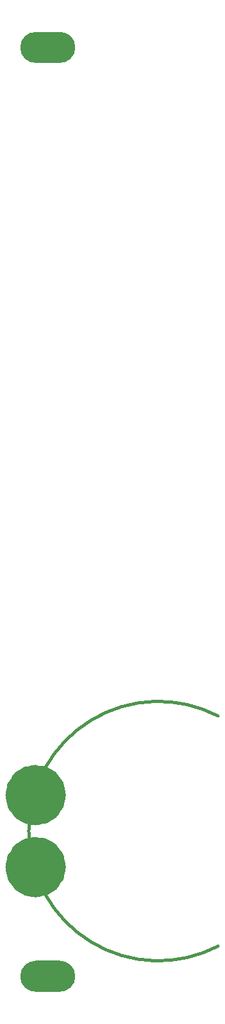
<source format=gbr>
%TF.GenerationSoftware,KiCad,Pcbnew,7.0.10-7.0.10~ubuntu22.04.1*%
%TF.CreationDate,2024-06-02T16:24:27+03:00*%
%TF.ProjectId,panel,70616e65-6c2e-46b6-9963-61645f706362,rev?*%
%TF.SameCoordinates,Original*%
%TF.FileFunction,Soldermask,Top*%
%TF.FilePolarity,Negative*%
%FSLAX46Y46*%
G04 Gerber Fmt 4.6, Leading zero omitted, Abs format (unit mm)*
G04 Created by KiCad (PCBNEW 7.0.10-7.0.10~ubuntu22.04.1) date 2024-06-02 16:24:27*
%MOMM*%
%LPD*%
G01*
G04 APERTURE LIST*
%ADD10C,2.050000*%
%ADD11C,0.400000*%
%ADD12C,4.000000*%
G04 APERTURE END LIST*
D10*
X66925000Y-157250000D02*
G75*
G03*
X64875000Y-157250000I-1025000J0D01*
G01*
X64875000Y-157250000D02*
G75*
G03*
X66925000Y-157250000I1025000J0D01*
G01*
G36*
X65850000Y-155200000D02*
G01*
X69150000Y-155200000D01*
X69150000Y-159300000D01*
X65850000Y-159300000D01*
X65850000Y-155200000D01*
G37*
D11*
X89999999Y-122925002D02*
G75*
G03*
X90000000Y-153274997I-7899999J-15174998D01*
G01*
D12*
X67900000Y-142850000D02*
G75*
G03*
X63900000Y-142850000I-2000000J0D01*
G01*
X63900000Y-142850000D02*
G75*
G03*
X67900000Y-142850000I2000000J0D01*
G01*
D10*
X70125000Y-157250000D02*
G75*
G03*
X68075000Y-157250000I-1025000J0D01*
G01*
X68075000Y-157250000D02*
G75*
G03*
X70125000Y-157250000I1025000J0D01*
G01*
D12*
X67900000Y-133350000D02*
G75*
G03*
X63900000Y-133350000I-2000000J0D01*
G01*
X63900000Y-133350000D02*
G75*
G03*
X67900000Y-133350000I2000000J0D01*
G01*
D10*
X70125000Y-34750000D02*
G75*
G03*
X68075000Y-34750000I-1025000J0D01*
G01*
X68075000Y-34750000D02*
G75*
G03*
X70125000Y-34750000I1025000J0D01*
G01*
G36*
X65850000Y-32700000D02*
G01*
X69150000Y-32700000D01*
X69150000Y-36800000D01*
X65850000Y-36800000D01*
X65850000Y-32700000D01*
G37*
X66925000Y-34750000D02*
G75*
G03*
X64875000Y-34750000I-1025000J0D01*
G01*
X64875000Y-34750000D02*
G75*
G03*
X66925000Y-34750000I1025000J0D01*
G01*
M02*

</source>
